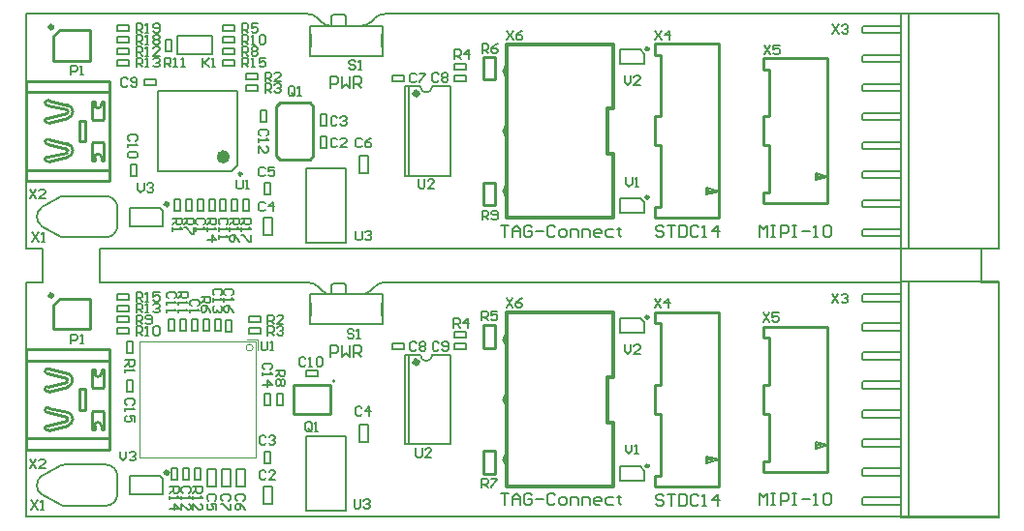
<source format=gto>
G04*
G04 #@! TF.GenerationSoftware,Altium Limited,Altium Designer,20.0.7 (75)*
G04*
G04 Layer_Color=65535*
%FSLAX44Y44*%
%MOMM*%
G71*
G01*
G75*
%ADD10C,0.2540*%
%ADD11C,0.2500*%
%ADD12C,0.6000*%
%ADD13C,0.3048*%
%ADD14C,0.2032*%
%ADD15C,0.4000*%
%ADD16C,0.3700*%
%ADD17C,0.2000*%
%ADD18C,0.5000*%
%ADD19C,0.1200*%
%ADD20C,0.1270*%
%ADD21C,0.1524*%
%ADD22R,0.2000X1.2000*%
D10*
X-388232Y100500D02*
G03*
X-389535Y102205I-1768J0D01*
G01*
X-383975Y100500D02*
G03*
X-388384Y106304I-6025J0D01*
G01*
X-405349Y110296D02*
G03*
X-406500Y106197I-633J-2033D01*
G01*
Y94803D02*
G03*
X-405349Y90704I518J-2065D01*
G01*
X-388384Y94696D02*
G03*
X-383975Y100500I-1616J5804D01*
G01*
X-389535Y98794D02*
G03*
X-388232Y100500I-465J1706D01*
G01*
X-362000Y97500D02*
G03*
X-365000Y94500I0J-3000D01*
G01*
X-359000D02*
G03*
X-362000Y97500I-3000J0D01*
G01*
Y137500D02*
G03*
X-359000Y140500I0J3000D01*
G01*
X-365000D02*
G03*
X-362000Y137500I3000J0D01*
G01*
X-388232Y134500D02*
G03*
X-389535Y136206I-1768J0D01*
G01*
X-383975Y134500D02*
G03*
X-388384Y140304I-6025J0D01*
G01*
X-405349Y144296D02*
G03*
X-406500Y140197I-633J-2033D01*
G01*
Y128803D02*
G03*
X-405349Y124704I518J-2065D01*
G01*
X-388384Y128696D02*
G03*
X-383975Y134500I-1616J5804D01*
G01*
X-389535Y132795D02*
G03*
X-388232Y134500I-465J1706D01*
G01*
X-389535Y-102205D02*
G03*
X-388232Y-100500I-465J1706D01*
G01*
X-388384Y-106304D02*
G03*
X-383975Y-100500I-1616J5804D01*
G01*
X-406500Y-106197D02*
G03*
X-405349Y-110296I518J-2065D01*
G01*
Y-90704D02*
G03*
X-406500Y-94803I-633J-2033D01*
G01*
X-383975Y-100500D02*
G03*
X-388384Y-94696I-6025J0D01*
G01*
X-388232Y-100500D02*
G03*
X-389535Y-98794I-1768J0D01*
G01*
X-365000Y-94500D02*
G03*
X-362000Y-97500I3000J0D01*
G01*
D02*
G03*
X-359000Y-94500I0J3000D01*
G01*
Y-140500D02*
G03*
X-362000Y-137500I-3000J0D01*
G01*
D02*
G03*
X-365000Y-140500I0J-3000D01*
G01*
X-389535Y-136206D02*
G03*
X-388232Y-134500I-465J1706D01*
G01*
X-388384Y-140304D02*
G03*
X-383975Y-134500I-1616J5804D01*
G01*
X-406500Y-140197D02*
G03*
X-405349Y-144296I518J-2065D01*
G01*
Y-124704D02*
G03*
X-406500Y-128803I-633J-2033D01*
G01*
X-383975Y-134500D02*
G03*
X-388384Y-128696I-6025J0D01*
G01*
X-388232Y-134500D02*
G03*
X-389535Y-132795I-1768J0D01*
G01*
X-378000Y108500D02*
Y117500D01*
Y108500D02*
X-373000D01*
Y117500D01*
X-406500Y106197D02*
X-389535Y102205D01*
X-405349Y110296D02*
X-388384Y106304D01*
X-405349Y90704D02*
X-388384Y94696D01*
X-406500Y94803D02*
X-389535Y98794D01*
X-425000Y83500D02*
X-352000D01*
X-425000Y73500D02*
X-352000D01*
Y117500D01*
X-425000Y82500D02*
Y83500D01*
Y73500D02*
Y73750D01*
Y117500D01*
X-357000Y91500D02*
Y106500D01*
X-367000Y91500D02*
Y106500D01*
Y91500D02*
X-365000D01*
Y94500D01*
X-359000Y91500D02*
Y94500D01*
Y91500D02*
X-357000D01*
X-358000Y107500D02*
X-357000Y106500D01*
X-367000D02*
X-366000Y107500D01*
X-358000D01*
X-366000Y127500D02*
X-358000D01*
X-367000Y128500D02*
X-366000Y127500D01*
X-358000D02*
X-357000Y128500D01*
X-359000Y143500D02*
X-357000D01*
X-359000Y140500D02*
Y143500D01*
X-365000Y140500D02*
Y143500D01*
X-367000D02*
X-365000D01*
X-367000Y128500D02*
Y143500D01*
X-357000Y128500D02*
Y143500D01*
X-425000Y117500D02*
Y161250D01*
Y161500D01*
Y151500D02*
Y152500D01*
X-352000Y117500D02*
Y161500D01*
X-425000D02*
X-352000D01*
X-425000Y151500D02*
X-352000D01*
X-406500Y140197D02*
X-389535Y136206D01*
X-405349Y144296D02*
X-388384Y140304D01*
X-405349Y124704D02*
X-388384Y128696D01*
X-406500Y128803D02*
X-389535Y132795D01*
X-373000Y117500D02*
Y126500D01*
X-378000D02*
X-373000D01*
X-378000Y117500D02*
Y126500D01*
X-25003Y52500D02*
Y72500D01*
X-15003D01*
Y52500D02*
Y72500D01*
X-25003Y52500D02*
X-15003D01*
X-25003Y162500D02*
Y182500D01*
X-15003D01*
Y162500D02*
Y182500D01*
X-25003Y162500D02*
X-15003D01*
X-203000Y142500D02*
X-177000D01*
X-203000Y92500D02*
X-177000D01*
X-206000Y95500D02*
Y139500D01*
X-203000Y142500D01*
X-206000Y95500D02*
X-203000Y92500D01*
X-174000Y95500D02*
Y139500D01*
X-177000Y92500D02*
X-174000Y95500D01*
X-177000Y142500D02*
X-174000Y139500D01*
X275400Y54000D02*
Y181000D01*
X219520D02*
X275400D01*
X219520Y171602D02*
Y181000D01*
Y171602D02*
X224600D01*
X219520Y63398D02*
X224600D01*
X219520Y130200D02*
X224600D01*
Y171602D01*
X219520Y54000D02*
Y63398D01*
Y104800D02*
Y130200D01*
Y104800D02*
X224600D01*
X219520Y54000D02*
X275400D01*
X224600Y63398D02*
Y104800D01*
X129600Y50698D02*
Y104800D01*
X124520Y41300D02*
X180400D01*
X124520Y104800D02*
X129600D01*
X124520D02*
Y117500D01*
Y41300D02*
Y50698D01*
X129600D01*
X180400Y41300D02*
Y117500D01*
Y193700D01*
X124520Y184302D02*
X129600D01*
X124520D02*
Y193700D01*
Y117500D02*
Y130200D01*
X129600D01*
X124520Y193700D02*
X180400D01*
X129600Y130200D02*
Y184302D01*
X-401000Y179000D02*
X-369000D01*
X-401000D02*
Y200500D01*
X-395500Y206000D02*
X-369000D01*
Y179000D02*
Y206000D01*
X-401000Y200500D02*
X-395500Y206000D01*
X-25003Y-72500D02*
Y-52500D01*
X-15003D01*
Y-72500D02*
Y-52500D01*
X-25003Y-72500D02*
X-15003D01*
X-25003Y-182500D02*
Y-162500D01*
X-15003D01*
Y-182500D02*
Y-162500D01*
X-25003Y-182500D02*
X-15003D01*
X224600Y-171602D02*
Y-130200D01*
X219520Y-181000D02*
X275400D01*
X219520Y-130200D02*
X224600D01*
X219520D02*
Y-104800D01*
Y-181000D02*
Y-171602D01*
X224600Y-104800D02*
Y-63398D01*
X219520Y-104800D02*
X224600D01*
X219520Y-171602D02*
X224600D01*
X219520Y-63398D02*
X224600D01*
X219520D02*
Y-54000D01*
X275400D01*
Y-181000D02*
Y-54000D01*
X129600Y-104800D02*
Y-50698D01*
X124520Y-41300D02*
X180400D01*
X124520Y-104800D02*
X129600D01*
X124520Y-117500D02*
Y-104800D01*
Y-50698D02*
Y-41300D01*
Y-50698D02*
X129600D01*
X180400Y-117500D02*
Y-41300D01*
Y-193700D02*
Y-117500D01*
X124520Y-184302D02*
X129600D01*
X124520Y-193700D02*
Y-184302D01*
Y-130200D02*
Y-117500D01*
Y-130200D02*
X129600D01*
X124520Y-193700D02*
X180400D01*
X129600Y-184302D02*
Y-130200D01*
X-378000Y-117500D02*
Y-108500D01*
X-373000D01*
Y-117500D02*
Y-108500D01*
X-406500Y-106197D02*
X-389535Y-102205D01*
X-405349Y-110296D02*
X-388384Y-106304D01*
X-405349Y-90704D02*
X-388384Y-94696D01*
X-406500Y-94803D02*
X-389535Y-98794D01*
X-425000Y-83500D02*
X-352000D01*
X-425000Y-73500D02*
X-352000D01*
Y-117500D02*
Y-73500D01*
X-425000Y-83500D02*
Y-82500D01*
Y-73750D02*
Y-73500D01*
Y-117500D02*
Y-73750D01*
X-357000Y-106500D02*
Y-91500D01*
X-367000Y-106500D02*
Y-91500D01*
X-365000D01*
Y-94500D02*
Y-91500D01*
X-359000Y-94500D02*
Y-91500D01*
X-357000D01*
X-358000Y-107500D02*
X-357000Y-106500D01*
X-367000D02*
X-366000Y-107500D01*
X-358000D01*
X-366000Y-127500D02*
X-358000D01*
X-367000Y-128500D02*
X-366000Y-127500D01*
X-358000D02*
X-357000Y-128500D01*
X-359000Y-143500D02*
X-357000D01*
X-359000D02*
Y-140500D01*
X-365000Y-143500D02*
Y-140500D01*
X-367000Y-143500D02*
X-365000D01*
X-367000D02*
Y-128500D01*
X-357000Y-143500D02*
Y-128500D01*
X-425000Y-161250D02*
Y-117500D01*
Y-161500D02*
Y-161250D01*
Y-152500D02*
Y-151500D01*
X-352000Y-161500D02*
Y-117500D01*
X-425000Y-161500D02*
X-352000D01*
X-425000Y-151500D02*
X-352000D01*
X-406500Y-140197D02*
X-389535Y-136206D01*
X-405349Y-144296D02*
X-388384Y-140304D01*
X-405349Y-124704D02*
X-388384Y-128696D01*
X-406500Y-128803D02*
X-389535Y-132795D01*
X-373000Y-126500D02*
Y-117500D01*
X-378000Y-126500D02*
X-373000D01*
X-378000D02*
Y-117500D01*
X-401000Y-34500D02*
X-395500Y-29000D01*
X-369000Y-56000D02*
Y-29000D01*
X-395500D02*
X-369000D01*
X-401000Y-56000D02*
Y-34500D01*
Y-56000D02*
X-369000D01*
X-191000Y-105000D02*
X-159000D01*
X-191000Y-130000D02*
Y-105000D01*
X-159000Y-130000D02*
Y-105000D01*
X-191000Y-130000D02*
X-159000D01*
D11*
X-236280Y80000D02*
G03*
X-236280Y80000I-1220J0D01*
G01*
D12*
X-249600Y95000D02*
G03*
X-249600Y95000I-2900J0D01*
G01*
D13*
X-5000Y122500D02*
G03*
X-5000Y112500I5000J-5000D01*
G01*
Y70000D02*
G03*
X-5000Y60000I5000J-5000D01*
G01*
Y175000D02*
G03*
X-5000Y165000I5000J-5000D01*
G01*
Y-60000D02*
G03*
X-5000Y-70000I5000J-5000D01*
G01*
Y-165000D02*
G03*
X-5000Y-175000I5000J-5000D01*
G01*
Y-112500D02*
G03*
X-5000Y-122500I5000J-5000D01*
G01*
X83260Y117300D02*
Y137300D01*
X88260D01*
X83260Y97300D02*
X88260D01*
X83260D02*
Y117300D01*
X-5000Y41500D02*
Y117500D01*
X88260Y41500D02*
Y97300D01*
X-5000Y41500D02*
X88250D01*
X-5000Y193500D02*
X88250D01*
X88260Y137700D02*
Y193500D01*
X-5000Y117500D02*
Y193500D01*
Y-117500D02*
Y-41500D01*
X88260Y-97300D02*
Y-41500D01*
X-5000D02*
X88250D01*
X-5000Y-193500D02*
X88250D01*
X88260D02*
Y-137700D01*
X-5000Y-193500D02*
Y-117500D01*
X83260Y-137700D02*
Y-117700D01*
Y-137700D02*
X88260D01*
X83260Y-97700D02*
X88260D01*
X83260Y-117700D02*
Y-97700D01*
D14*
X307150Y31850D02*
G03*
X306000Y30700I0J-1150D01*
G01*
Y26500D02*
G03*
X307150Y25350I1150J0D01*
G01*
Y57250D02*
G03*
X306000Y56100I0J-1150D01*
G01*
Y51900D02*
G03*
X307150Y50750I1150J0D01*
G01*
Y82650D02*
G03*
X306000Y81500I0J-1150D01*
G01*
Y77300D02*
G03*
X307150Y76150I1150J0D01*
G01*
Y108050D02*
G03*
X306000Y106900I0J-1150D01*
G01*
Y102700D02*
G03*
X307150Y101550I1150J0D01*
G01*
Y133450D02*
G03*
X306000Y132300I0J-1150D01*
G01*
Y128100D02*
G03*
X307150Y126950I1150J0D01*
G01*
Y158850D02*
G03*
X306000Y157700I0J-1150D01*
G01*
Y153500D02*
G03*
X307150Y152350I1150J0D01*
G01*
Y184250D02*
G03*
X306000Y183100I0J-1150D01*
G01*
Y178900D02*
G03*
X307150Y177750I1150J0D01*
G01*
X306000Y204300D02*
G03*
X307150Y203150I1150J0D01*
G01*
Y209650D02*
G03*
X306000Y208500I0J-1150D01*
G01*
X-411111Y50660D02*
G03*
X-411113Y34337I5669J-8162D01*
G01*
X-391000Y60500D02*
G03*
X-393873Y60078I0J-10000D01*
G01*
Y24922D02*
G03*
X-391000Y24500I2873J9578D01*
G01*
X-355000D02*
G03*
X-345000Y34500I0J10000D01*
G01*
Y50500D02*
G03*
X-355000Y60500I-10000J0D01*
G01*
X307150Y-25350D02*
G03*
X306000Y-26500I0J-1150D01*
G01*
Y-30700D02*
G03*
X307150Y-31850I1150J0D01*
G01*
X306000Y-56100D02*
G03*
X307150Y-57250I1150J0D01*
G01*
Y-50750D02*
G03*
X306000Y-51900I0J-1150D01*
G01*
Y-81500D02*
G03*
X307150Y-82650I1150J0D01*
G01*
Y-76150D02*
G03*
X306000Y-77300I0J-1150D01*
G01*
Y-106900D02*
G03*
X307150Y-108050I1150J0D01*
G01*
Y-101550D02*
G03*
X306000Y-102700I0J-1150D01*
G01*
Y-132300D02*
G03*
X307150Y-133450I1150J0D01*
G01*
Y-126950D02*
G03*
X306000Y-128100I0J-1150D01*
G01*
Y-157700D02*
G03*
X307150Y-158850I1150J0D01*
G01*
Y-152350D02*
G03*
X306000Y-153500I0J-1150D01*
G01*
Y-183100D02*
G03*
X307150Y-184250I1150J0D01*
G01*
Y-177750D02*
G03*
X306000Y-178900I0J-1150D01*
G01*
Y-208500D02*
G03*
X307150Y-209650I1150J0D01*
G01*
Y-203150D02*
G03*
X306000Y-204300I0J-1150D01*
G01*
X-345000Y-184500D02*
G03*
X-355000Y-174500I-10000J0D01*
G01*
Y-210500D02*
G03*
X-345000Y-200500I0J10000D01*
G01*
X-393873Y-210078D02*
G03*
X-391000Y-210500I2873J9578D01*
G01*
Y-174500D02*
G03*
X-393873Y-174922I0J-10000D01*
G01*
X-411111Y-184340D02*
G03*
X-411113Y-200663I5669J-8162D01*
G01*
X-310000Y82500D02*
X-245000D01*
X-310000D02*
Y152500D01*
X-240000D01*
Y87500D02*
Y152500D01*
X-245000Y82500D02*
X-240000Y87500D01*
X-292500Y184500D02*
X-262500D01*
X-292500D02*
Y200500D01*
X-262500D01*
Y184500D02*
Y200500D01*
X269623Y77179D02*
X270000Y76500D01*
X265000Y74500D02*
X275400Y77500D01*
X265000Y80500D02*
X275400Y77500D01*
X265000Y74500D02*
Y80500D01*
Y76500D02*
X272000Y78481D01*
X265000Y78500D02*
X269623Y77179D01*
X170000Y65800D02*
X174623Y64479D01*
X170000Y63800D02*
X177000Y65781D01*
X170000Y61800D02*
Y67800D01*
X180400Y64800D01*
X170000Y61800D02*
X180400Y64800D01*
X174623Y64479D02*
X175000Y63800D01*
X306000Y26500D02*
Y30700D01*
X307150Y25350D02*
X340000D01*
X307150Y31850D02*
X340000D01*
X306000Y51900D02*
Y56100D01*
X307150Y50750D02*
X340000D01*
X307150Y57250D02*
X340000D01*
X306000Y77300D02*
Y81500D01*
X307150Y76150D02*
X340000D01*
X307150Y82650D02*
X340000D01*
X306000Y102700D02*
Y106900D01*
X307150Y101550D02*
X340000D01*
X307150Y108050D02*
X340000D01*
X306000Y128100D02*
Y132300D01*
X307150Y126950D02*
X340000D01*
X307150Y133450D02*
X340000D01*
X306000Y153500D02*
Y157700D01*
X307150Y152350D02*
X340000D01*
X307150Y158850D02*
X340000D01*
X306000Y178900D02*
Y183100D01*
X307150Y177750D02*
X340000D01*
X307150Y184250D02*
X340000D01*
X307150Y209650D02*
X340000D01*
X307150Y203150D02*
X340000D01*
X306000Y204300D02*
Y208500D01*
X425000Y14500D02*
Y220500D01*
X340000D02*
X425000D01*
X340000Y14500D02*
Y220500D01*
Y14500D02*
X425000D01*
X347000D02*
Y220500D01*
X-391000Y60500D02*
X-362000D01*
X-411111Y50660D02*
X-407408Y52740D01*
X-411113Y34337D02*
X-393873Y24922D01*
X-345000Y34500D02*
Y50500D01*
X-407408Y52740D02*
X-393873Y60078D01*
X-362000Y60500D02*
X-355000Y60500D01*
X-391000Y24500D02*
X-362000D01*
Y24500D02*
X-355000Y24500D01*
X94500Y176250D02*
X115500D01*
X94500D02*
Y188750D01*
X115500Y176250D02*
Y185000D01*
X111750Y188750D02*
X115500Y185000D01*
X94500Y188750D02*
X111750D01*
X94500Y46250D02*
X115500D01*
X94500D02*
Y58750D01*
X115500Y46250D02*
Y55000D01*
X111750Y58750D02*
X115500Y55000D01*
X94500Y58750D02*
X111750D01*
X-145000Y183500D02*
X-113000D01*
X-145000Y209500D02*
X-113000D01*
Y183500D02*
Y209500D01*
X-177000Y183500D02*
Y209500D01*
X-145000D01*
X-177000Y183500D02*
X-145000D01*
Y209500D02*
Y217500D01*
X-147000Y219500D02*
X-145000Y217500D01*
X-158000D02*
X-156000Y219500D01*
X-158000Y209500D02*
Y217500D01*
X-156000Y219500D02*
X-147000D01*
X347000Y-220500D02*
Y-14500D01*
X340000Y-220500D02*
X425000D01*
X340000D02*
Y-14500D01*
X425000D01*
Y-220500D02*
Y-14500D01*
X306000Y-30700D02*
Y-26500D01*
X307150Y-31850D02*
X340000D01*
X307150Y-25350D02*
X340000D01*
X307150Y-50750D02*
X340000D01*
X307150Y-57250D02*
X340000D01*
X306000Y-56100D02*
Y-51900D01*
X307150Y-76150D02*
X340000D01*
X307150Y-82650D02*
X340000D01*
X306000Y-81500D02*
Y-77300D01*
X307150Y-101550D02*
X340000D01*
X307150Y-108050D02*
X340000D01*
X306000Y-106900D02*
Y-102700D01*
X307150Y-126950D02*
X340000D01*
X307150Y-133450D02*
X340000D01*
X306000Y-132300D02*
Y-128100D01*
X307150Y-152350D02*
X340000D01*
X307150Y-158850D02*
X340000D01*
X306000Y-157700D02*
Y-153500D01*
X307150Y-177750D02*
X340000D01*
X307150Y-184250D02*
X340000D01*
X306000Y-183100D02*
Y-178900D01*
X307150Y-203150D02*
X340000D01*
X307150Y-209650D02*
X340000D01*
X306000Y-208500D02*
Y-204300D01*
X265000Y-156500D02*
X269623Y-157821D01*
X265000Y-158500D02*
X272000Y-156519D01*
X265000Y-160500D02*
Y-154500D01*
X275400Y-157500D01*
X265000Y-160500D02*
X275400Y-157500D01*
X269623Y-157821D02*
X270000Y-158500D01*
X174623Y-170521D02*
X175000Y-171200D01*
X170000Y-173200D02*
X180400Y-170200D01*
X170000Y-167200D02*
X180400Y-170200D01*
X170000Y-173200D02*
Y-167200D01*
Y-171200D02*
X177000Y-169219D01*
X170000Y-169200D02*
X174623Y-170521D01*
X94500Y-176250D02*
X111750D01*
X115500Y-180000D01*
Y-188750D02*
Y-180000D01*
X94500Y-188750D02*
Y-176250D01*
Y-188750D02*
X115500D01*
X94500Y-46250D02*
X111750D01*
X115500Y-50000D01*
Y-58750D02*
Y-50000D01*
X94500Y-58750D02*
Y-46250D01*
Y-58750D02*
X115500D01*
X-362000Y-210500D02*
X-355000Y-210500D01*
X-391000D02*
X-362000D01*
Y-174500D02*
X-355000Y-174500D01*
X-407408Y-182260D02*
X-393873Y-174922D01*
X-345000Y-200500D02*
Y-184500D01*
X-411113Y-200663D02*
X-393873Y-210078D01*
X-411111Y-184340D02*
X-407408Y-182260D01*
X-391000Y-174500D02*
X-362000D01*
X-156000Y-15500D02*
X-147000D01*
X-158000Y-25500D02*
Y-17500D01*
X-156000Y-15500D01*
X-147000D02*
X-145000Y-17500D01*
Y-25500D02*
Y-17500D01*
X-177000Y-51500D02*
X-145000D01*
X-177000Y-25500D02*
X-145000D01*
X-177000Y-51500D02*
Y-25500D01*
X-113000Y-51500D02*
Y-25500D01*
X-145000D02*
X-113000D01*
X-145000Y-51500D02*
X-113000D01*
X-158542Y154922D02*
Y165078D01*
X-153464D01*
X-151771Y163386D01*
Y160000D01*
X-153464Y158307D01*
X-158542D01*
X-148386Y165078D02*
Y154922D01*
X-145000Y158307D01*
X-141614Y154922D01*
Y165078D01*
X-138229Y154922D02*
Y165078D01*
X-133151D01*
X-131458Y163386D01*
Y160000D01*
X-133151Y158307D01*
X-138229D01*
X-134843D02*
X-131458Y154922D01*
X216183Y24922D02*
Y35078D01*
X219569Y31693D01*
X222955Y35078D01*
Y24922D01*
X226340Y35078D02*
X229726D01*
X228033D01*
Y24922D01*
X226340D01*
X229726D01*
X234804D02*
Y35078D01*
X239883D01*
X241575Y33386D01*
Y30000D01*
X239883Y28307D01*
X234804D01*
X244961Y35078D02*
X248346D01*
X246654D01*
Y24922D01*
X244961D01*
X248346D01*
X253425Y30000D02*
X260196D01*
X263582Y24922D02*
X266967D01*
X265274D01*
Y35078D01*
X263582Y33386D01*
X272045D02*
X273738Y35078D01*
X277124D01*
X278817Y33386D01*
Y26614D01*
X277124Y24922D01*
X273738D01*
X272045Y26614D01*
Y33386D01*
X132175Y33186D02*
X130482Y34878D01*
X127097D01*
X125404Y33186D01*
Y31493D01*
X127097Y29800D01*
X130482D01*
X132175Y28107D01*
Y26414D01*
X130482Y24722D01*
X127097D01*
X125404Y26414D01*
X135561Y34878D02*
X142332D01*
X138946D01*
Y24722D01*
X145717Y34878D02*
Y24722D01*
X150796D01*
X152489Y26414D01*
Y33186D01*
X150796Y34878D01*
X145717D01*
X162645Y33186D02*
X160953Y34878D01*
X157567D01*
X155874Y33186D01*
Y26414D01*
X157567Y24722D01*
X160953D01*
X162645Y26414D01*
X166031Y24722D02*
X169417D01*
X167724D01*
Y34878D01*
X166031Y33186D01*
X179573Y24722D02*
Y34878D01*
X174495Y29800D01*
X181266D01*
X-9976Y35078D02*
X-3205D01*
X-6591D01*
Y24922D01*
X180D02*
Y31693D01*
X3566Y35078D01*
X6951Y31693D01*
Y24922D01*
Y30000D01*
X180D01*
X17108Y33386D02*
X15415Y35078D01*
X12030D01*
X10337Y33386D01*
Y26614D01*
X12030Y24922D01*
X15415D01*
X17108Y26614D01*
Y30000D01*
X13723D01*
X20494D02*
X27265D01*
X37422Y33386D02*
X35729Y35078D01*
X32343D01*
X30650Y33386D01*
Y26614D01*
X32343Y24922D01*
X35729D01*
X37422Y26614D01*
X42500Y24922D02*
X45886D01*
X47578Y26614D01*
Y30000D01*
X45886Y31693D01*
X42500D01*
X40807Y30000D01*
Y26614D01*
X42500Y24922D01*
X50964D02*
Y31693D01*
X56042D01*
X57735Y30000D01*
Y24922D01*
X61121D02*
Y31693D01*
X66199D01*
X67892Y30000D01*
Y24922D01*
X76356D02*
X72970D01*
X71277Y26614D01*
Y30000D01*
X72970Y31693D01*
X76356D01*
X78049Y30000D01*
Y28307D01*
X71277D01*
X88205Y31693D02*
X83127D01*
X81434Y30000D01*
Y26614D01*
X83127Y24922D01*
X88205D01*
X93284Y33386D02*
Y31693D01*
X91591D01*
X94976D01*
X93284D01*
Y26614D01*
X94976Y24922D01*
X-9976Y-199922D02*
X-3205D01*
X-6591D01*
Y-210078D01*
X180D02*
Y-203307D01*
X3566Y-199922D01*
X6951Y-203307D01*
Y-210078D01*
Y-205000D01*
X180D01*
X17108Y-201614D02*
X15415Y-199922D01*
X12030D01*
X10337Y-201614D01*
Y-208386D01*
X12030Y-210078D01*
X15415D01*
X17108Y-208386D01*
Y-205000D01*
X13723D01*
X20494D02*
X27265D01*
X37422Y-201614D02*
X35729Y-199922D01*
X32343D01*
X30650Y-201614D01*
Y-208386D01*
X32343Y-210078D01*
X35729D01*
X37422Y-208386D01*
X42500Y-210078D02*
X45886D01*
X47578Y-208386D01*
Y-205000D01*
X45886Y-203307D01*
X42500D01*
X40807Y-205000D01*
Y-208386D01*
X42500Y-210078D01*
X50964D02*
Y-203307D01*
X56042D01*
X57735Y-205000D01*
Y-210078D01*
X61121D02*
Y-203307D01*
X66199D01*
X67892Y-205000D01*
Y-210078D01*
X76356D02*
X72970D01*
X71277Y-208386D01*
Y-205000D01*
X72970Y-203307D01*
X76356D01*
X78049Y-205000D01*
Y-206693D01*
X71277D01*
X88205Y-203307D02*
X83127D01*
X81434Y-205000D01*
Y-208386D01*
X83127Y-210078D01*
X88205D01*
X93284Y-201614D02*
Y-203307D01*
X91591D01*
X94976D01*
X93284D01*
Y-208386D01*
X94976Y-210078D01*
X132175Y-201814D02*
X130482Y-200122D01*
X127097D01*
X125404Y-201814D01*
Y-203507D01*
X127097Y-205200D01*
X130482D01*
X132175Y-206893D01*
Y-208586D01*
X130482Y-210278D01*
X127097D01*
X125404Y-208586D01*
X135561Y-200122D02*
X142332D01*
X138946D01*
Y-210278D01*
X145717Y-200122D02*
Y-210278D01*
X150796D01*
X152489Y-208586D01*
Y-201814D01*
X150796Y-200122D01*
X145717D01*
X162645Y-201814D02*
X160953Y-200122D01*
X157567D01*
X155874Y-201814D01*
Y-208586D01*
X157567Y-210278D01*
X160953D01*
X162645Y-208586D01*
X166031Y-210278D02*
X169417D01*
X167724D01*
Y-200122D01*
X166031Y-201814D01*
X179573Y-210278D02*
Y-200122D01*
X174495Y-205200D01*
X181266D01*
X216183Y-210078D02*
Y-199922D01*
X219569Y-203307D01*
X222955Y-199922D01*
Y-210078D01*
X226340Y-199922D02*
X229726D01*
X228033D01*
Y-210078D01*
X226340D01*
X229726D01*
X234804D02*
Y-199922D01*
X239883D01*
X241575Y-201614D01*
Y-205000D01*
X239883Y-206693D01*
X234804D01*
X244961Y-199922D02*
X248346D01*
X246654D01*
Y-210078D01*
X244961D01*
X248346D01*
X253425Y-205000D02*
X260196D01*
X263582Y-210078D02*
X266967D01*
X265274D01*
Y-199922D01*
X263582Y-201614D01*
X272045D02*
X273738Y-199922D01*
X277124D01*
X278817Y-201614D01*
Y-208386D01*
X277124Y-210078D01*
X273738D01*
X272045Y-208386D01*
Y-201614D01*
X-158542Y-80078D02*
Y-69922D01*
X-153464D01*
X-151771Y-71614D01*
Y-75000D01*
X-153464Y-76693D01*
X-158542D01*
X-148386Y-69922D02*
Y-80078D01*
X-145000Y-76693D01*
X-141614Y-80078D01*
Y-69922D01*
X-138229Y-80078D02*
Y-69922D01*
X-133151D01*
X-131458Y-71614D01*
Y-75000D01*
X-133151Y-76693D01*
X-138229D01*
X-134843D02*
X-131458Y-80078D01*
X-166535Y-21964D02*
G03*
X-158000Y-25500I8536J8536D01*
G01*
X-169965Y-18535D02*
G03*
X-178500Y-15000I-8536J-8536D01*
G01*
X-169965Y-18536D02*
G03*
X-169965Y-18535I0J0D01*
G01*
X-169964Y-18536D02*
G03*
X-169964Y-18536I0J0D01*
G01*
X-166535Y-21965D02*
G03*
X-166536Y-21964I0J0D01*
G01*
X-111500Y-15000D02*
G03*
X-120035Y-18535I0J-12071D01*
G01*
X-132000Y-25500D02*
G03*
X-123464Y-21964I0J12071D01*
G01*
X-132000Y209500D02*
G03*
X-123464Y213036I0J12071D01*
G01*
X-111500Y220000D02*
G03*
X-120035Y216465I0J-12071D01*
G01*
X-166535Y213035D02*
G03*
X-166536Y213036I0J0D01*
G01*
X-169964Y216464D02*
G03*
X-169964Y216464I0J0D01*
G01*
X-169965Y216464D02*
G03*
X-169965Y216465I0J0D01*
G01*
X-169965D02*
G03*
X-178500Y220000I-8536J-8536D01*
G01*
X-166535Y213036D02*
G03*
X-158000Y209500I8536J8536D01*
G01*
X425000Y15000D02*
Y220000D01*
X410000Y15000D02*
X425000D01*
X410000Y-15000D02*
X425000D01*
X410000D02*
Y15000D01*
X-111500Y-15000D02*
X340000D01*
X-425000Y-220000D02*
Y-15000D01*
X-360000D02*
X-178500D01*
X-169964Y-18536D02*
X-166536Y-21964D01*
X-123464D02*
X-120036Y-18536D01*
X-145000Y-25500D02*
X-132000D01*
X-158000D02*
X-145000D01*
X-111500Y220000D02*
X425000Y220000D01*
X-425000Y-15000D02*
X-410000D01*
X-360000Y15000D02*
X340000D01*
X-425000D02*
X-410000D01*
X340000Y-15000D02*
Y15000D01*
X-360000Y-15000D02*
Y15000D01*
X-410000Y-15000D02*
X-410000Y15000D01*
X-158000Y209500D02*
X-145000D01*
X-132000D01*
X-425000Y220000D02*
X-178500D01*
X-123464Y213036D02*
X-120036Y216464D01*
X-169964D02*
X-166536Y213036D01*
X-425000Y15000D02*
Y220000D01*
X425000Y-220000D02*
Y-15000D01*
X-425000Y-220000D02*
X425000D01*
D15*
X-301000Y53500D02*
G03*
X-301000Y53500I-1000J0D01*
G01*
X-402000Y208500D02*
G03*
X-402000Y208500I-1000J0D01*
G01*
Y-26500D02*
G03*
X-402000Y-26500I-1000J0D01*
G01*
X-301000Y-181500D02*
G03*
X-301000Y-181500I-1000J0D01*
G01*
D16*
X119000Y189500D02*
G03*
X119000Y189500I-1000J0D01*
G01*
Y59500D02*
G03*
X119000Y59500I-1000J0D01*
G01*
Y-175500D02*
G03*
X119000Y-175500I-1000J0D01*
G01*
Y-45500D02*
G03*
X119000Y-45500I-1000J0D01*
G01*
D17*
X-80167Y156500D02*
G03*
X-69833Y156500I5167J0D01*
G01*
X-80167Y-78500D02*
G03*
X-69833Y-78500I5167J0D01*
G01*
X-155020Y-101500D02*
G03*
X-155020Y-101500I-980J0D01*
G01*
X-334000Y34500D02*
Y50500D01*
Y34500D02*
X-305501D01*
Y48001D01*
X-308000Y50500D02*
X-305501Y48001D01*
X-334000Y50500D02*
X-308000D01*
X-145000Y20000D02*
Y85000D01*
X-180000Y20000D02*
Y85000D01*
X-145000D01*
X-180000Y20000D02*
X-145000D01*
X-90000Y78500D02*
Y156500D01*
X-54000Y78500D02*
Y156500D01*
X-94000Y78500D02*
Y156500D01*
Y78500D02*
X-54000D01*
X-69833Y156500D02*
X-54000D01*
X-94000D02*
X-80167D01*
X-94000Y-78500D02*
X-80167D01*
X-69833D02*
X-54000D01*
X-94000Y-156500D02*
X-54000D01*
X-94000D02*
Y-78500D01*
X-54000Y-156500D02*
Y-78500D01*
X-90000Y-156500D02*
Y-78500D01*
X-334000Y-184500D02*
X-308000D01*
X-305501Y-186999D01*
Y-200500D02*
Y-186999D01*
X-334000Y-200500D02*
X-305501D01*
X-334000D02*
Y-184500D01*
X-180000Y-215000D02*
X-145000D01*
X-180000Y-150000D02*
X-145000D01*
X-180000Y-215000D02*
Y-150000D01*
X-145000Y-215000D02*
Y-150000D01*
D18*
X-82750Y150250D02*
G03*
X-82750Y150250I-1250J0D01*
G01*
Y-84750D02*
G03*
X-82750Y-84750I-1250J0D01*
G01*
D19*
X-226500Y-72000D02*
G03*
X-226500Y-72000I-3000J0D01*
G01*
X-325750Y-66750D02*
X-224250D01*
Y-168250D02*
Y-66750D01*
X-325750Y-168250D02*
X-224250D01*
X-325750D02*
Y-66750D01*
X-222750Y-74250D02*
Y-65250D01*
X-231750D02*
X-222750D01*
D20*
X-345080Y204960D02*
X-334920D01*
X-345080D02*
Y210040D01*
X-334920Y204960D02*
Y210040D01*
X-345080D02*
X-334920D01*
X-345080Y194960D02*
X-334920D01*
X-345080D02*
Y200040D01*
X-334920Y194960D02*
Y200040D01*
X-345080D02*
X-334920D01*
X-235040Y47420D02*
Y57580D01*
X-229960D01*
X-235040Y47420D02*
X-229960D01*
Y57580D01*
X-245040Y47420D02*
Y57580D01*
X-239960D01*
X-245040Y47420D02*
X-239960D01*
Y57580D01*
X-252580Y174960D02*
X-242420D01*
X-252580D02*
Y180040D01*
X-242420Y174960D02*
Y180040D01*
X-252580D02*
X-242420D01*
X-265040Y47420D02*
Y57580D01*
X-259960D01*
X-265040Y47420D02*
X-259960D01*
Y57580D01*
X-345080Y174960D02*
X-334920D01*
X-345080D02*
Y180040D01*
X-334920Y174960D02*
Y180040D01*
X-345080D02*
X-334920D01*
X-345080Y184960D02*
X-334920D01*
X-345080D02*
Y190040D01*
X-334920Y184960D02*
Y190040D01*
X-345080D02*
X-334920D01*
X-302540Y187420D02*
Y197580D01*
X-297460D01*
X-302540Y187420D02*
X-297460D01*
Y197580D01*
X-252579Y194960D02*
X-242419D01*
X-252579D02*
Y200040D01*
X-242419Y194960D02*
Y200040D01*
X-252579D02*
X-242419D01*
X-252579Y190040D02*
X-242419D01*
Y184960D02*
Y190040D01*
X-252579Y184960D02*
Y190040D01*
Y184960D02*
X-242419D01*
X-279960Y47420D02*
Y57580D01*
X-285040Y47420D02*
X-279960D01*
X-285040Y57580D02*
X-279960D01*
X-285040Y47420D02*
Y57580D01*
X-252579Y210040D02*
X-242419D01*
Y204960D02*
Y210040D01*
X-252579Y204960D02*
Y210040D01*
Y204960D02*
X-242419D01*
X-126130Y80670D02*
Y95910D01*
X-133750Y80670D02*
X-126130D01*
X-133750Y95910D02*
X-126130D01*
X-133750Y80670D02*
Y95910D01*
X-211220Y61620D02*
Y71780D01*
X-216300Y61620D02*
X-211220D01*
X-216300Y71780D02*
X-211220D01*
X-216300Y61620D02*
Y71780D01*
X-209950Y26060D02*
Y41300D01*
X-217570Y26060D02*
X-209950D01*
X-217570Y41300D02*
X-209950D01*
X-217570Y26060D02*
Y41300D01*
X-162460Y122420D02*
Y132580D01*
X-167540Y122420D02*
X-162460D01*
X-167540Y132580D02*
X-162460D01*
X-167540Y122420D02*
Y132580D01*
Y102420D02*
Y112580D01*
X-162460D01*
X-167540Y102420D02*
X-162460D01*
Y112580D01*
X-275040Y47420D02*
Y57580D01*
X-269960D01*
X-275040Y47420D02*
X-269960D01*
Y57580D01*
X-50080Y171460D02*
X-39920D01*
X-50080D02*
Y176540D01*
X-39920Y171460D02*
Y176540D01*
X-50080D02*
X-39920D01*
X-232580Y152460D02*
X-222420D01*
X-232580D02*
Y157540D01*
X-222420Y152460D02*
Y157540D01*
X-232580D02*
X-222420D01*
X-232580Y167540D02*
X-222420D01*
Y162460D02*
Y167540D01*
X-232580Y162460D02*
Y167540D01*
Y162460D02*
X-222420D01*
X-289960Y47420D02*
Y57580D01*
X-295040Y47420D02*
X-289960D01*
X-295040Y57580D02*
X-289960D01*
X-295040Y47420D02*
Y57580D01*
X-219856Y125120D02*
Y135280D01*
X-214776D01*
X-219856Y125120D02*
X-214776D01*
Y135280D01*
X-255040Y47420D02*
Y57580D01*
X-249960D01*
X-255040Y47420D02*
X-249960D01*
Y57580D01*
X-328568Y77876D02*
Y88036D01*
X-333648Y77876D02*
X-328568D01*
X-333648Y88036D02*
X-328568D01*
X-333648Y77876D02*
Y88036D01*
X-321456Y162712D02*
X-311296D01*
Y157632D02*
Y162712D01*
X-321456Y157632D02*
Y162712D01*
Y157632D02*
X-311296D01*
X-50080Y161460D02*
X-39920D01*
X-50080D02*
Y166540D01*
X-39920Y161460D02*
Y166540D01*
X-50080D02*
X-39920D01*
X-105080Y161460D02*
X-94920D01*
X-105080D02*
Y166540D01*
X-94920Y161460D02*
Y166540D01*
X-105080D02*
X-94920D01*
X-209950Y-208940D02*
Y-193700D01*
X-217570Y-208940D02*
X-209950D01*
X-217570Y-193700D02*
X-209950D01*
X-217570Y-208940D02*
Y-193700D01*
X-211220Y-173380D02*
Y-163220D01*
X-216300Y-173380D02*
X-211220D01*
X-216300Y-163220D02*
X-211220D01*
X-216300Y-173380D02*
Y-163220D01*
X-126130Y-154330D02*
Y-139090D01*
X-133750Y-154330D02*
X-126130D01*
X-133750Y-139090D02*
X-126130D01*
X-133750Y-154330D02*
Y-139090D01*
X-345080Y-50040D02*
X-334920D01*
X-345080D02*
Y-44960D01*
X-334920Y-50040D02*
Y-44960D01*
X-345080D02*
X-334920D01*
X-345080Y-60040D02*
X-334920D01*
X-345080D02*
Y-54960D01*
X-334920Y-60040D02*
Y-54960D01*
X-345080D02*
X-334920D01*
X-345080Y-40040D02*
X-334920D01*
X-345080D02*
Y-34960D01*
X-334920Y-40040D02*
Y-34960D01*
X-345080D02*
X-334920D01*
X-345080Y-30040D02*
X-334920D01*
X-345080D02*
Y-24960D01*
X-334920Y-30040D02*
Y-24960D01*
X-345080D02*
X-334920D01*
X-50080Y-58460D02*
X-39920D01*
Y-63540D02*
Y-58460D01*
X-50080Y-63540D02*
Y-58460D01*
Y-63540D02*
X-39920D01*
X-50080Y-68460D02*
X-39920D01*
Y-73540D02*
Y-68460D01*
X-50080Y-73540D02*
Y-68460D01*
Y-73540D02*
X-39920D01*
X-105080Y-68460D02*
X-94920D01*
Y-73540D02*
Y-68460D01*
X-105080Y-73540D02*
Y-68460D01*
Y-73540D02*
X-94920D01*
X-297540Y-187580D02*
Y-177420D01*
X-292460D01*
X-297540Y-187580D02*
X-292460D01*
Y-177420D01*
X-230080Y-50040D02*
X-219920D01*
X-230080D02*
Y-44960D01*
X-219920Y-50040D02*
Y-44960D01*
X-230080D02*
X-219920D01*
X-230080Y-54960D02*
X-219920D01*
Y-60040D02*
Y-54960D01*
X-230080Y-60040D02*
Y-54960D01*
Y-60040D02*
X-219920D01*
X-250590Y-57810D02*
Y-47650D01*
X-245510D01*
X-250590Y-57810D02*
X-245510D01*
Y-47650D01*
X-180080Y-97540D02*
X-169920D01*
X-180080D02*
Y-92460D01*
X-169920Y-97540D02*
Y-92460D01*
X-180080D02*
X-169920D01*
X-205040Y-122580D02*
Y-112420D01*
X-199960D01*
X-205040Y-122580D02*
X-199960D01*
Y-112420D01*
X-216300Y-122580D02*
Y-112420D01*
X-211220D01*
X-216300Y-122580D02*
X-211220D01*
Y-112420D01*
X-336460Y-110830D02*
Y-100670D01*
X-331380D01*
X-336460Y-110830D02*
X-331380D01*
Y-100670D01*
X-260040Y-57580D02*
Y-47420D01*
X-254960D01*
X-260040Y-57580D02*
X-254960D01*
Y-47420D01*
X-282460Y-187580D02*
Y-177420D01*
X-287540Y-187580D02*
X-282460D01*
X-287540Y-177420D02*
X-282460D01*
X-287540Y-187580D02*
Y-177420D01*
X-270040Y-57580D02*
Y-47420D01*
X-264960D01*
X-270040Y-57580D02*
X-264960D01*
Y-47420D01*
X-280040Y-57580D02*
Y-47420D01*
X-274960D01*
X-280040Y-57580D02*
X-274960D01*
Y-47420D01*
X-290040Y-57580D02*
Y-47420D01*
X-284960D01*
X-290040Y-57580D02*
X-284960D01*
Y-47420D01*
X-300040Y-57580D02*
Y-47420D01*
X-294960D01*
X-300040Y-57580D02*
X-294960D01*
Y-47420D01*
X-233690Y-193620D02*
Y-178380D01*
X-241310Y-193620D02*
X-233690D01*
X-241310Y-178380D02*
X-233690D01*
X-241310Y-193620D02*
Y-178380D01*
X-246190Y-193620D02*
Y-178380D01*
X-253810Y-193620D02*
X-246190D01*
X-253810Y-178380D02*
X-246190D01*
X-253810Y-193620D02*
Y-178380D01*
X-258690Y-193620D02*
Y-178380D01*
X-266310Y-193620D02*
X-258690D01*
X-266310Y-178380D02*
X-258690D01*
X-266310Y-193620D02*
Y-178380D01*
X-331380Y-76830D02*
Y-66670D01*
X-336460Y-76830D02*
X-331380D01*
X-336460Y-66670D02*
X-331380D01*
X-336460Y-76830D02*
Y-66670D01*
X-272460Y-187580D02*
Y-177420D01*
X-277540Y-187580D02*
X-272460D01*
X-277540Y-177420D02*
X-272460D01*
X-277540Y-187580D02*
Y-177420D01*
D21*
X-421699Y66445D02*
X-416282Y58319D01*
Y66445D02*
X-421699Y58319D01*
X-408157D02*
X-413574D01*
X-408157Y63736D01*
Y65090D01*
X-409511Y66445D01*
X-412220D01*
X-413574Y65090D01*
X-240767Y75081D02*
Y68309D01*
X-239413Y66955D01*
X-236704D01*
X-235350Y68309D01*
Y75081D01*
X-232642Y66955D02*
X-229933D01*
X-231287D01*
Y75081D01*
X-232642Y73726D01*
X-328476Y203437D02*
Y211563D01*
X-324413D01*
X-323059Y210208D01*
Y207500D01*
X-324413Y206146D01*
X-328476D01*
X-325768D02*
X-323059Y203437D01*
X-320351D02*
X-317642D01*
X-318996D01*
Y211563D01*
X-320351Y210208D01*
X-313580Y204792D02*
X-312225Y203437D01*
X-309517D01*
X-308163Y204792D01*
Y210208D01*
X-309517Y211563D01*
X-312225D01*
X-313580Y210208D01*
Y208854D01*
X-312225Y207500D01*
X-308163D01*
X-328476Y193437D02*
Y201563D01*
X-324413D01*
X-323059Y200208D01*
Y197500D01*
X-324413Y196146D01*
X-328476D01*
X-325768D02*
X-323059Y193437D01*
X-320351D02*
X-317642D01*
X-318996D01*
Y201563D01*
X-320351Y200208D01*
X-313580D02*
X-312225Y201563D01*
X-309517D01*
X-308163Y200208D01*
Y198854D01*
X-309517Y197500D01*
X-308163Y196146D01*
Y194792D01*
X-309517Y193437D01*
X-312225D01*
X-313580Y194792D01*
Y196146D01*
X-312225Y197500D01*
X-313580Y198854D01*
Y200208D01*
X-312225Y197500D02*
X-309517D01*
X-236563Y40976D02*
X-228437D01*
Y36913D01*
X-229792Y35559D01*
X-232500D01*
X-233854Y36913D01*
Y40976D01*
Y38268D02*
X-236563Y35559D01*
Y32851D02*
Y30142D01*
Y31496D01*
X-228437D01*
X-229792Y32851D01*
X-228437Y26079D02*
Y20663D01*
X-229792D01*
X-235208Y26079D01*
X-236563D01*
X-246563Y40976D02*
X-238437D01*
Y36913D01*
X-239792Y35559D01*
X-242500D01*
X-243854Y36913D01*
Y40976D01*
Y38268D02*
X-246563Y35559D01*
Y32851D02*
Y30142D01*
Y31496D01*
X-238437D01*
X-239792Y32851D01*
X-238437Y20663D02*
X-239792Y23371D01*
X-242500Y26079D01*
X-245208D01*
X-246563Y24725D01*
Y22017D01*
X-245208Y20663D01*
X-243854D01*
X-242500Y22017D01*
Y26079D01*
X-235976Y173437D02*
Y181563D01*
X-231913D01*
X-230559Y180208D01*
Y177500D01*
X-231913Y176146D01*
X-235976D01*
X-233268D02*
X-230559Y173437D01*
X-227851D02*
X-225142D01*
X-226496D01*
Y181563D01*
X-227851Y180208D01*
X-215663Y181563D02*
X-221080D01*
Y177500D01*
X-218371Y178854D01*
X-217017D01*
X-215663Y177500D01*
Y174792D01*
X-217017Y173437D01*
X-219725D01*
X-221080Y174792D01*
X-266563Y40976D02*
X-258437D01*
Y36913D01*
X-259792Y35559D01*
X-262500D01*
X-263854Y36913D01*
Y40976D01*
Y38268D02*
X-266563Y35559D01*
Y32851D02*
Y30142D01*
Y31496D01*
X-258437D01*
X-259792Y32851D01*
X-266563Y22017D02*
X-258437D01*
X-262500Y26079D01*
Y20663D01*
X-328476Y173437D02*
Y181563D01*
X-324413D01*
X-323059Y180208D01*
Y177500D01*
X-324413Y176146D01*
X-328476D01*
X-325768D02*
X-323059Y173437D01*
X-320351D02*
X-317642D01*
X-318996D01*
Y181563D01*
X-320351Y180208D01*
X-313580D02*
X-312225Y181563D01*
X-309517D01*
X-308163Y180208D01*
Y178854D01*
X-309517Y177500D01*
X-310871D01*
X-309517D01*
X-308163Y176146D01*
Y174792D01*
X-309517Y173437D01*
X-312225D01*
X-313580Y174792D01*
X-328476Y183437D02*
Y191563D01*
X-324413D01*
X-323059Y190208D01*
Y187500D01*
X-324413Y186146D01*
X-328476D01*
X-325768D02*
X-323059Y183437D01*
X-320351D02*
X-317642D01*
X-318996D01*
Y191563D01*
X-320351Y190208D01*
X-308163Y183437D02*
X-313580D01*
X-308163Y188854D01*
Y190208D01*
X-309517Y191563D01*
X-312225D01*
X-313580Y190208D01*
X-303803Y173437D02*
Y181563D01*
X-299740D01*
X-298386Y180208D01*
Y177500D01*
X-299740Y176146D01*
X-303803D01*
X-301094D02*
X-298386Y173437D01*
X-295677D02*
X-292969D01*
X-294323D01*
Y181563D01*
X-295677Y180208D01*
X-288906Y173437D02*
X-286197D01*
X-287552D01*
Y181563D01*
X-288906Y180208D01*
X-235976Y193437D02*
Y201563D01*
X-231913D01*
X-230559Y200208D01*
Y197500D01*
X-231913Y196146D01*
X-235976D01*
X-233268D02*
X-230559Y193437D01*
X-227851D02*
X-225142D01*
X-226496D01*
Y201563D01*
X-227851Y200208D01*
X-221080D02*
X-219725Y201563D01*
X-217017D01*
X-215663Y200208D01*
Y194792D01*
X-217017Y193437D01*
X-219725D01*
X-221080Y194792D01*
Y200208D01*
X-26221Y39777D02*
Y47903D01*
X-22159D01*
X-20804Y46548D01*
Y43840D01*
X-22159Y42486D01*
X-26221D01*
X-23513D02*
X-20804Y39777D01*
X-18096Y41132D02*
X-16741Y39777D01*
X-14033D01*
X-12679Y41132D01*
Y46548D01*
X-14033Y47903D01*
X-16741D01*
X-18096Y46548D01*
Y45194D01*
X-16741Y43840D01*
X-12679D01*
X-235976Y183437D02*
Y191563D01*
X-231913D01*
X-230559Y190208D01*
Y187500D01*
X-231913Y186146D01*
X-235976D01*
X-233268D02*
X-230559Y183437D01*
X-227851Y190208D02*
X-226496Y191563D01*
X-223788D01*
X-222434Y190208D01*
Y188854D01*
X-223788Y187500D01*
X-222434Y186146D01*
Y184792D01*
X-223788Y183437D01*
X-226496D01*
X-227851Y184792D01*
Y186146D01*
X-226496Y187500D01*
X-227851Y188854D01*
Y190208D01*
X-226496Y187500D02*
X-223788D01*
X-286563Y40976D02*
X-278437D01*
Y36913D01*
X-279792Y35559D01*
X-282500D01*
X-283854Y36913D01*
Y40976D01*
Y38268D02*
X-286563Y35559D01*
X-278437Y32851D02*
Y27434D01*
X-279792D01*
X-285208Y32851D01*
X-286563D01*
X-26221Y185827D02*
Y193953D01*
X-22159D01*
X-20804Y192598D01*
Y189890D01*
X-22159Y188536D01*
X-26221D01*
X-23513D02*
X-20804Y185827D01*
X-12679Y193953D02*
X-15387Y192598D01*
X-18096Y189890D01*
Y187181D01*
X-16741Y185827D01*
X-14033D01*
X-12679Y187181D01*
Y188536D01*
X-14033Y189890D01*
X-18096D01*
X-235976Y203437D02*
Y211563D01*
X-231913D01*
X-230559Y210208D01*
Y207500D01*
X-231913Y206146D01*
X-235976D01*
X-233268D02*
X-230559Y203437D01*
X-222434Y211563D02*
X-227851D01*
Y207500D01*
X-225142Y208854D01*
X-223788D01*
X-222434Y207500D01*
Y204792D01*
X-223788Y203437D01*
X-226496D01*
X-227851Y204792D01*
X-190000Y149791D02*
Y155209D01*
X-191354Y156563D01*
X-194063D01*
X-195417Y155209D01*
Y149791D01*
X-194063Y148437D01*
X-191354D01*
X-192708Y151146D02*
X-190000Y148437D01*
X-191354D02*
X-190000Y149791D01*
X-187292Y148437D02*
X-184583D01*
X-185937D01*
Y156563D01*
X-187292Y155209D01*
X-270417Y181563D02*
Y173437D01*
Y176146D01*
X-265000Y181563D01*
X-269063Y177500D01*
X-265000Y173437D01*
X-262292D02*
X-259583D01*
X-260937D01*
Y181563D01*
X-262292Y180208D01*
X-131294Y110048D02*
X-132648Y111403D01*
X-135357D01*
X-136711Y110048D01*
Y104632D01*
X-135357Y103277D01*
X-132648D01*
X-131294Y104632D01*
X-123169Y111403D02*
X-125877Y110048D01*
X-128586Y107340D01*
Y104632D01*
X-127232Y103277D01*
X-124523D01*
X-123169Y104632D01*
Y105986D01*
X-124523Y107340D01*
X-128586D01*
X-215709Y84648D02*
X-217063Y86003D01*
X-219772D01*
X-221126Y84648D01*
Y79232D01*
X-219772Y77877D01*
X-217063D01*
X-215709Y79232D01*
X-207584Y86003D02*
X-213001D01*
Y81940D01*
X-210292Y83294D01*
X-208938D01*
X-207584Y81940D01*
Y79232D01*
X-208938Y77877D01*
X-211646D01*
X-213001Y79232D01*
X-215709Y54168D02*
X-217063Y55523D01*
X-219772D01*
X-221126Y54168D01*
Y48752D01*
X-219772Y47397D01*
X-217063D01*
X-215709Y48752D01*
X-208938Y47397D02*
Y55523D01*
X-213001Y51460D01*
X-207584D01*
X-152964Y129258D02*
X-154319Y130613D01*
X-157027D01*
X-158381Y129258D01*
Y123841D01*
X-157027Y122487D01*
X-154319D01*
X-152964Y123841D01*
X-150256Y129258D02*
X-148902Y130613D01*
X-146193D01*
X-144839Y129258D01*
Y127904D01*
X-146193Y126550D01*
X-147547D01*
X-146193D01*
X-144839Y125196D01*
Y123841D01*
X-146193Y122487D01*
X-148902D01*
X-150256Y123841D01*
X-152964Y110208D02*
X-154319Y111563D01*
X-157027D01*
X-158381Y110208D01*
Y104791D01*
X-157027Y103437D01*
X-154319D01*
X-152964Y104791D01*
X-144839Y103437D02*
X-150256D01*
X-144839Y108854D01*
Y110208D01*
X-146193Y111563D01*
X-148902D01*
X-150256Y110208D01*
X-269792Y35559D02*
X-268437Y36913D01*
Y39622D01*
X-269792Y40976D01*
X-275208D01*
X-276563Y39622D01*
Y36913D01*
X-275208Y35559D01*
X-276563Y32851D02*
Y30142D01*
Y31496D01*
X-268437D01*
X-269792Y32851D01*
X-4631Y205383D02*
X786Y197257D01*
Y205383D02*
X-4631Y197257D01*
X8911Y205383D02*
X6203Y204028D01*
X3494Y201320D01*
Y198612D01*
X4848Y197257D01*
X7557D01*
X8911Y198612D01*
Y199966D01*
X7557Y201320D01*
X3494D01*
X220159Y192683D02*
X225576Y184557D01*
Y192683D02*
X220159Y184557D01*
X233701Y192683D02*
X228284D01*
Y188620D01*
X230993Y189974D01*
X232347D01*
X233701Y188620D01*
Y185912D01*
X232347Y184557D01*
X229639D01*
X228284Y185912D01*
X124909Y205383D02*
X130326Y197257D01*
Y205383D02*
X124909Y197257D01*
X137097D02*
Y205383D01*
X133034Y201320D01*
X138451D01*
X280103Y210717D02*
X285520Y202591D01*
Y210717D02*
X280103Y202591D01*
X288228Y209362D02*
X289583Y210717D01*
X292291D01*
X293645Y209362D01*
Y208008D01*
X292291Y206654D01*
X290937D01*
X292291D01*
X293645Y205300D01*
Y203946D01*
X292291Y202591D01*
X289583D01*
X288228Y203946D01*
X-419329Y28853D02*
X-413912Y20727D01*
Y28853D02*
X-419329Y20727D01*
X-411203D02*
X-408495D01*
X-409849D01*
Y28853D01*
X-411203Y27498D01*
X-327211Y72033D02*
Y66616D01*
X-324503Y63907D01*
X-321794Y66616D01*
Y72033D01*
X-319086Y70678D02*
X-317731Y72033D01*
X-315023D01*
X-313669Y70678D01*
Y69324D01*
X-315023Y67970D01*
X-316377D01*
X-315023D01*
X-313669Y66616D01*
Y65262D01*
X-315023Y63907D01*
X-317731D01*
X-319086Y65262D01*
X98239Y166013D02*
Y160596D01*
X100947Y157887D01*
X103656Y160596D01*
Y166013D01*
X111781Y157887D02*
X106364D01*
X111781Y163304D01*
Y164658D01*
X110427Y166013D01*
X107718D01*
X106364Y164658D01*
X99593Y77113D02*
Y71696D01*
X102302Y68987D01*
X105010Y71696D01*
Y77113D01*
X107718Y68987D02*
X110427D01*
X109073D01*
Y77113D01*
X107718Y75758D01*
X-136711Y30123D02*
Y23352D01*
X-135357Y21997D01*
X-132648D01*
X-131294Y23352D01*
Y30123D01*
X-128586Y28768D02*
X-127232Y30123D01*
X-124523D01*
X-123169Y28768D01*
Y27414D01*
X-124523Y26060D01*
X-125877D01*
X-124523D01*
X-123169Y24706D01*
Y23352D01*
X-124523Y21997D01*
X-127232D01*
X-128586Y23352D01*
X-81771Y75563D02*
Y68791D01*
X-80417Y67437D01*
X-77709D01*
X-76354Y68791D01*
Y75563D01*
X-68229Y67437D02*
X-73646D01*
X-68229Y72854D01*
Y74208D01*
X-69583Y75563D01*
X-72291D01*
X-73646Y74208D01*
X-137000Y178209D02*
X-138354Y179563D01*
X-141063D01*
X-142417Y178209D01*
Y176854D01*
X-141063Y175500D01*
X-138354D01*
X-137000Y174146D01*
Y172792D01*
X-138354Y171437D01*
X-141063D01*
X-142417Y172792D01*
X-134291Y171437D02*
X-131583D01*
X-132937D01*
Y179563D01*
X-134291Y178209D01*
X-50351Y180747D02*
Y188873D01*
X-46288D01*
X-44934Y187518D01*
Y184810D01*
X-46288Y183456D01*
X-50351D01*
X-47643D02*
X-44934Y180747D01*
X-38163D02*
Y188873D01*
X-42226Y184810D01*
X-36809D01*
X-215976Y150937D02*
Y159063D01*
X-211913D01*
X-210559Y157708D01*
Y155000D01*
X-211913Y153646D01*
X-215976D01*
X-213267D02*
X-210559Y150937D01*
X-207851Y157708D02*
X-206496Y159063D01*
X-203788D01*
X-202434Y157708D01*
Y156354D01*
X-203788Y155000D01*
X-205142D01*
X-203788D01*
X-202434Y153646D01*
Y152291D01*
X-203788Y150937D01*
X-206496D01*
X-207851Y152291D01*
X-215976Y160937D02*
Y169063D01*
X-211913D01*
X-210559Y167708D01*
Y165000D01*
X-211913Y163646D01*
X-215976D01*
X-213267D02*
X-210559Y160937D01*
X-202434D02*
X-207851D01*
X-202434Y166354D01*
Y167708D01*
X-203788Y169063D01*
X-206496D01*
X-207851Y167708D01*
X-296563Y40976D02*
X-288437D01*
Y36913D01*
X-289792Y35559D01*
X-292500D01*
X-293854Y36913D01*
Y40976D01*
Y38268D02*
X-296563Y35559D01*
Y32851D02*
Y30142D01*
Y31496D01*
X-288437D01*
X-289792Y32851D01*
X-385547Y166777D02*
Y174903D01*
X-381484D01*
X-380130Y173548D01*
Y170840D01*
X-381484Y169486D01*
X-385547D01*
X-377421Y166777D02*
X-374713D01*
X-376067D01*
Y174903D01*
X-377421Y173548D01*
X-214678Y113510D02*
X-213323Y114864D01*
Y117572D01*
X-214678Y118927D01*
X-220095D01*
X-221449Y117572D01*
Y114864D01*
X-220095Y113510D01*
X-221449Y110801D02*
Y108093D01*
Y109447D01*
X-213323D01*
X-214678Y110801D01*
X-221449Y98613D02*
Y104030D01*
X-216032Y98613D01*
X-214678D01*
X-213323Y99967D01*
Y102676D01*
X-214678Y104030D01*
X-249792Y35559D02*
X-248437Y36913D01*
Y39622D01*
X-249792Y40976D01*
X-255208D01*
X-256563Y39622D01*
Y36913D01*
X-255208Y35559D01*
X-256563Y32851D02*
Y30142D01*
Y31496D01*
X-248437D01*
X-249792Y32851D01*
X-256563Y26079D02*
Y23371D01*
Y24725D01*
X-248437D01*
X-249792Y26079D01*
X-329040Y108886D02*
X-327685Y110240D01*
Y112949D01*
X-329040Y114303D01*
X-334456D01*
X-335811Y112949D01*
Y110240D01*
X-334456Y108886D01*
X-335811Y106177D02*
Y103469D01*
Y104823D01*
X-327685D01*
X-329040Y106177D01*
Y99406D02*
X-327685Y98052D01*
Y95344D01*
X-329040Y93989D01*
X-334456D01*
X-335811Y95344D01*
Y98052D01*
X-334456Y99406D01*
X-329040D01*
X-336018Y163134D02*
X-337373Y164489D01*
X-340081D01*
X-341435Y163134D01*
Y157718D01*
X-340081Y156363D01*
X-337373D01*
X-336018Y157718D01*
X-333310D02*
X-331955Y156363D01*
X-329247D01*
X-327893Y157718D01*
Y163134D01*
X-329247Y164489D01*
X-331955D01*
X-333310Y163134D01*
Y161780D01*
X-331955Y160426D01*
X-327893D01*
X-64238Y166944D02*
X-65592Y168299D01*
X-68301D01*
X-69655Y166944D01*
Y161528D01*
X-68301Y160173D01*
X-65592D01*
X-64238Y161528D01*
X-61530Y166944D02*
X-60175Y168299D01*
X-57467D01*
X-56113Y166944D01*
Y165590D01*
X-57467Y164236D01*
X-56113Y162882D01*
Y161528D01*
X-57467Y160173D01*
X-60175D01*
X-61530Y161528D01*
Y162882D01*
X-60175Y164236D01*
X-61530Y165590D01*
Y166944D01*
X-60175Y164236D02*
X-57467D01*
X-83854Y166709D02*
X-85208Y168063D01*
X-87917D01*
X-89271Y166709D01*
Y161292D01*
X-87917Y159937D01*
X-85208D01*
X-83854Y161292D01*
X-81146Y168063D02*
X-75729D01*
Y166709D01*
X-81146Y161292D01*
Y159937D01*
X-274884Y-35580D02*
X-273530Y-34226D01*
Y-31517D01*
X-274884Y-30163D01*
X-280301D01*
X-281656Y-31517D01*
Y-34226D01*
X-280301Y-35580D01*
X-281656Y-38289D02*
Y-40997D01*
Y-39643D01*
X-273530D01*
X-274884Y-38289D01*
X-215207Y-180809D02*
X-216561Y-179454D01*
X-219270D01*
X-220624Y-180809D01*
Y-186225D01*
X-219270Y-187580D01*
X-216561D01*
X-215207Y-186225D01*
X-207082Y-187580D02*
X-212499D01*
X-207082Y-182163D01*
Y-180809D01*
X-208436Y-179454D01*
X-211145D01*
X-212499Y-180809D01*
X-215207Y-150329D02*
X-216561Y-148974D01*
X-219270D01*
X-220624Y-150329D01*
Y-155745D01*
X-219270Y-157100D01*
X-216561D01*
X-215207Y-155745D01*
X-212499Y-150329D02*
X-211145Y-148974D01*
X-208436D01*
X-207082Y-150329D01*
Y-151683D01*
X-208436Y-153037D01*
X-209790D01*
X-208436D01*
X-207082Y-154391D01*
Y-155745D01*
X-208436Y-157100D01*
X-211145D01*
X-212499Y-155745D01*
X-131387Y-124929D02*
X-132741Y-123574D01*
X-135450D01*
X-136804Y-124929D01*
Y-130345D01*
X-135450Y-131700D01*
X-132741D01*
X-131387Y-130345D01*
X-124616Y-131700D02*
Y-123574D01*
X-128679Y-127637D01*
X-123262D01*
X-83635Y-68287D02*
X-84989Y-66932D01*
X-87698D01*
X-89052Y-68287D01*
Y-73703D01*
X-87698Y-75058D01*
X-84989D01*
X-83635Y-73703D01*
X-80927Y-68287D02*
X-79573Y-66932D01*
X-76864D01*
X-75510Y-68287D01*
Y-69641D01*
X-76864Y-70995D01*
X-75510Y-72349D01*
Y-73703D01*
X-76864Y-75058D01*
X-79573D01*
X-80927Y-73703D01*
Y-72349D01*
X-79573Y-70995D01*
X-80927Y-69641D01*
Y-68287D01*
X-79573Y-70995D02*
X-76864D01*
X-64077Y-68033D02*
X-65431Y-66678D01*
X-68140D01*
X-69494Y-68033D01*
Y-73450D01*
X-68140Y-74804D01*
X-65431D01*
X-64077Y-73450D01*
X-61369D02*
X-60015Y-74804D01*
X-57306D01*
X-55952Y-73450D01*
Y-68033D01*
X-57306Y-66678D01*
X-60015D01*
X-61369Y-68033D01*
Y-69387D01*
X-60015Y-70741D01*
X-55952D01*
X-254884Y-26100D02*
X-253530Y-24746D01*
Y-22038D01*
X-254884Y-20684D01*
X-260301D01*
X-261656Y-22038D01*
Y-24746D01*
X-260301Y-26100D01*
X-261656Y-28809D02*
Y-31517D01*
Y-30163D01*
X-253530D01*
X-254884Y-28809D01*
Y-35580D02*
X-253530Y-36934D01*
Y-39643D01*
X-254884Y-40997D01*
X-256239D01*
X-257593Y-39643D01*
Y-38289D01*
Y-39643D01*
X-258947Y-40997D01*
X-260301D01*
X-261656Y-39643D01*
Y-36934D01*
X-260301Y-35580D01*
X-211145Y-91191D02*
X-209790Y-89837D01*
Y-87128D01*
X-211145Y-85774D01*
X-216562D01*
X-217916Y-87128D01*
Y-89837D01*
X-216562Y-91191D01*
X-217916Y-93900D02*
Y-96608D01*
Y-95254D01*
X-209790D01*
X-211145Y-93900D01*
X-217916Y-104733D02*
X-209790D01*
X-213853Y-100671D01*
Y-106088D01*
X-331287Y-122176D02*
X-329932Y-120822D01*
Y-118113D01*
X-331287Y-116759D01*
X-336703D01*
X-338058Y-118113D01*
Y-120822D01*
X-336703Y-122176D01*
X-338058Y-124884D02*
Y-127593D01*
Y-126239D01*
X-329932D01*
X-331287Y-124884D01*
X-329932Y-137072D02*
Y-131656D01*
X-333995D01*
X-332641Y-134364D01*
Y-135718D01*
X-333995Y-137072D01*
X-336703D01*
X-338058Y-135718D01*
Y-133010D01*
X-336703Y-131656D01*
X-244884Y-26100D02*
X-243530Y-24746D01*
Y-22038D01*
X-244884Y-20684D01*
X-250301D01*
X-251656Y-22038D01*
Y-24746D01*
X-250301Y-26100D01*
X-251656Y-28809D02*
Y-31517D01*
Y-30163D01*
X-243530D01*
X-244884Y-28809D01*
X-243530Y-40997D02*
X-244884Y-38289D01*
X-247593Y-35580D01*
X-250301D01*
X-251656Y-36934D01*
Y-39643D01*
X-250301Y-40997D01*
X-248947D01*
X-247593Y-39643D01*
Y-35580D01*
X-385510Y-68540D02*
Y-60414D01*
X-381447D01*
X-380093Y-61769D01*
Y-64477D01*
X-381447Y-65831D01*
X-385510D01*
X-377384Y-68540D02*
X-374676D01*
X-376030D01*
Y-60414D01*
X-377384Y-61769D01*
X-175245Y-143807D02*
Y-138391D01*
X-176599Y-137036D01*
X-179308D01*
X-180662Y-138391D01*
Y-143807D01*
X-179308Y-145162D01*
X-176599D01*
X-177953Y-142453D02*
X-175245Y-145162D01*
X-176599D02*
X-175245Y-143807D01*
X-172537Y-145162D02*
X-169828D01*
X-171182D01*
Y-137036D01*
X-172537Y-138391D01*
X-338076Y-82875D02*
X-329950D01*
Y-86938D01*
X-331305Y-88292D01*
X-334013D01*
X-335367Y-86938D01*
Y-82875D01*
Y-85583D02*
X-338076Y-88292D01*
Y-91000D02*
Y-93709D01*
Y-92355D01*
X-329950D01*
X-331305Y-91000D01*
X-213569Y-51540D02*
Y-43414D01*
X-209506D01*
X-208152Y-44769D01*
Y-47477D01*
X-209506Y-48831D01*
X-213569D01*
X-210861D02*
X-208152Y-51540D01*
X-200027D02*
X-205444D01*
X-200027Y-46123D01*
Y-44769D01*
X-201381Y-43414D01*
X-204089D01*
X-205444Y-44769D01*
X-213569Y-61540D02*
Y-53414D01*
X-209506D01*
X-208152Y-54769D01*
Y-57477D01*
X-209506Y-58831D01*
X-213569D01*
X-210861D02*
X-208152Y-61540D01*
X-205444Y-54769D02*
X-204089Y-53414D01*
X-201381D01*
X-200027Y-54769D01*
Y-56123D01*
X-201381Y-57477D01*
X-202735D01*
X-201381D01*
X-200027Y-58831D01*
Y-60185D01*
X-201381Y-61540D01*
X-204089D01*
X-205444Y-60185D01*
X-50952Y-54484D02*
Y-46358D01*
X-46889D01*
X-45535Y-47713D01*
Y-50421D01*
X-46889Y-51775D01*
X-50952D01*
X-48244D02*
X-45535Y-54484D01*
X-38764D02*
Y-46358D01*
X-42827Y-50421D01*
X-37410D01*
X-26568Y-48134D02*
Y-40008D01*
X-22505D01*
X-21151Y-41363D01*
Y-44071D01*
X-22505Y-45425D01*
X-26568D01*
X-23860D02*
X-21151Y-48134D01*
X-13026Y-40008D02*
X-18443D01*
Y-44071D01*
X-15734Y-42717D01*
X-14380D01*
X-13026Y-44071D01*
Y-46779D01*
X-14380Y-48134D01*
X-17089D01*
X-18443Y-46779D01*
X-206486Y-91700D02*
X-198360D01*
Y-95763D01*
X-199715Y-97117D01*
X-202423D01*
X-203777Y-95763D01*
Y-91700D01*
Y-94408D02*
X-206486Y-97117D01*
X-199715Y-99825D02*
X-198360Y-101180D01*
Y-103888D01*
X-199715Y-105242D01*
X-201069D01*
X-202423Y-103888D01*
X-203777Y-105242D01*
X-205131D01*
X-206486Y-103888D01*
Y-101180D01*
X-205131Y-99825D01*
X-203777D01*
X-202423Y-101180D01*
X-201069Y-99825D01*
X-199715D01*
X-202423Y-101180D02*
Y-103888D01*
X-291656Y-23392D02*
X-283530D01*
Y-27455D01*
X-284884Y-28809D01*
X-287593D01*
X-288947Y-27455D01*
Y-23392D01*
Y-26100D02*
X-291656Y-28809D01*
Y-31517D02*
Y-34226D01*
Y-32872D01*
X-283530D01*
X-284884Y-31517D01*
X-291656Y-38289D02*
Y-40997D01*
Y-39643D01*
X-283530D01*
X-284884Y-38289D01*
X-328569Y-51540D02*
Y-43414D01*
X-324506D01*
X-323152Y-44769D01*
Y-47477D01*
X-324506Y-48831D01*
X-328569D01*
X-325860D02*
X-323152Y-51540D01*
X-320444Y-50185D02*
X-319089Y-51540D01*
X-316381D01*
X-315027Y-50185D01*
Y-44769D01*
X-316381Y-43414D01*
X-319089D01*
X-320444Y-44769D01*
Y-46123D01*
X-319089Y-47477D01*
X-315027D01*
X-328569Y-61540D02*
Y-53414D01*
X-324506D01*
X-323152Y-54769D01*
Y-57477D01*
X-324506Y-58831D01*
X-328569D01*
X-325860D02*
X-323152Y-61540D01*
X-320444D02*
X-317735D01*
X-319089D01*
Y-53414D01*
X-320444Y-54769D01*
X-313673D02*
X-312318Y-53414D01*
X-309610D01*
X-308256Y-54769D01*
Y-60185D01*
X-309610Y-61540D01*
X-312318D01*
X-313673Y-60185D01*
Y-54769D01*
X-299156Y-194045D02*
X-291030D01*
Y-198108D01*
X-292384Y-199462D01*
X-295093D01*
X-296447Y-198108D01*
Y-194045D01*
Y-196754D02*
X-299156Y-199462D01*
Y-202170D02*
Y-204879D01*
Y-203525D01*
X-291030D01*
X-292384Y-202170D01*
X-299156Y-213004D02*
X-291030D01*
X-295093Y-208941D01*
Y-214358D01*
X-328569Y-41540D02*
Y-33414D01*
X-324506D01*
X-323152Y-34769D01*
Y-37477D01*
X-324506Y-38831D01*
X-328569D01*
X-325860D02*
X-323152Y-41540D01*
X-320444D02*
X-317735D01*
X-319089D01*
Y-33414D01*
X-320444Y-34769D01*
X-313673D02*
X-312318Y-33414D01*
X-309610D01*
X-308256Y-34769D01*
Y-36123D01*
X-309610Y-37477D01*
X-310964D01*
X-309610D01*
X-308256Y-38831D01*
Y-40185D01*
X-309610Y-41540D01*
X-312318D01*
X-313673Y-40185D01*
X-328569Y-31540D02*
Y-23414D01*
X-324506D01*
X-323152Y-24769D01*
Y-27477D01*
X-324506Y-28831D01*
X-328569D01*
X-325860D02*
X-323152Y-31540D01*
X-320444D02*
X-317735D01*
X-319089D01*
Y-23414D01*
X-320444Y-24769D01*
X-308256Y-23414D02*
X-313673D01*
Y-27477D01*
X-310964Y-26123D01*
X-309610D01*
X-308256Y-27477D01*
Y-30185D01*
X-309610Y-31540D01*
X-312318D01*
X-313673Y-30185D01*
X-138415Y-57111D02*
X-139769Y-55756D01*
X-142478D01*
X-143832Y-57111D01*
Y-58465D01*
X-142478Y-59819D01*
X-139769D01*
X-138415Y-61173D01*
Y-62527D01*
X-139769Y-63882D01*
X-142478D01*
X-143832Y-62527D01*
X-135707Y-63882D02*
X-132998D01*
X-134352D01*
Y-55756D01*
X-135707Y-57111D01*
X-219270Y-66424D02*
Y-73196D01*
X-217916Y-74550D01*
X-215207D01*
X-213853Y-73196D01*
Y-66424D01*
X-211145Y-74550D02*
X-208436D01*
X-209790D01*
Y-66424D01*
X-211145Y-67779D01*
X-83972Y-159896D02*
Y-166667D01*
X-82618Y-168022D01*
X-79909D01*
X-78555Y-166667D01*
Y-159896D01*
X-70430Y-168022D02*
X-75847D01*
X-70430Y-162605D01*
Y-161251D01*
X-71784Y-159896D01*
X-74493D01*
X-75847Y-161251D01*
X-138074Y-204854D02*
Y-211625D01*
X-136720Y-212980D01*
X-134011D01*
X-132657Y-211625D01*
Y-204854D01*
X-129949Y-206209D02*
X-128595Y-204854D01*
X-125886D01*
X-124532Y-206209D01*
Y-207563D01*
X-125886Y-208917D01*
X-127240D01*
X-125886D01*
X-124532Y-210271D01*
Y-211625D01*
X-125886Y-212980D01*
X-128595D01*
X-129949Y-211625D01*
X99246Y-157102D02*
Y-162519D01*
X101955Y-165228D01*
X104663Y-162519D01*
Y-157102D01*
X107372Y-165228D02*
X110080D01*
X108726D01*
Y-157102D01*
X107372Y-158457D01*
X98146Y-69472D02*
Y-74889D01*
X100854Y-77598D01*
X103563Y-74889D01*
Y-69472D01*
X111688Y-77598D02*
X106271D01*
X111688Y-72181D01*
Y-70827D01*
X110334Y-69472D01*
X107626D01*
X106271Y-70827D01*
X-342544Y-162944D02*
Y-168361D01*
X-339836Y-171070D01*
X-337127Y-168361D01*
Y-162944D01*
X-334419Y-164299D02*
X-333064Y-162944D01*
X-330356D01*
X-329002Y-164299D01*
Y-165653D01*
X-330356Y-167007D01*
X-331710D01*
X-330356D01*
X-329002Y-168361D01*
Y-169715D01*
X-330356Y-171070D01*
X-333064D01*
X-334419Y-169715D01*
X-420184Y-205870D02*
X-414767Y-213996D01*
Y-205870D02*
X-420184Y-213996D01*
X-412058D02*
X-409350D01*
X-410704D01*
Y-205870D01*
X-412058Y-207225D01*
X-421538Y-169548D02*
X-416121Y-177674D01*
Y-169548D02*
X-421538Y-177674D01*
X-407996D02*
X-413413D01*
X-407996Y-172257D01*
Y-170903D01*
X-409350Y-169548D01*
X-412058D01*
X-413413Y-170903D01*
X279756Y-24768D02*
X285173Y-32894D01*
Y-24768D02*
X279756Y-32894D01*
X287881Y-26123D02*
X289235Y-24768D01*
X291944D01*
X293298Y-26123D01*
Y-27477D01*
X291944Y-28831D01*
X290590D01*
X291944D01*
X293298Y-30185D01*
Y-31539D01*
X291944Y-32894D01*
X289235D01*
X287881Y-31539D01*
X124562Y-29086D02*
X129979Y-37212D01*
Y-29086D02*
X124562Y-37212D01*
X136750D02*
Y-29086D01*
X132687Y-33149D01*
X138104D01*
X219304Y-41532D02*
X224721Y-49658D01*
Y-41532D02*
X219304Y-49658D01*
X232846Y-41532D02*
X227429D01*
Y-45595D01*
X230138Y-44241D01*
X231492D01*
X232846Y-45595D01*
Y-48303D01*
X231492Y-49658D01*
X228783D01*
X227429Y-48303D01*
X-4978Y-28832D02*
X439Y-36958D01*
Y-28832D02*
X-4978Y-36958D01*
X8564Y-28832D02*
X5856Y-30187D01*
X3147Y-32895D01*
Y-35603D01*
X4502Y-36958D01*
X7210D01*
X8564Y-35603D01*
Y-34249D01*
X7210Y-32895D01*
X3147D01*
X-259884Y-205962D02*
X-258530Y-204608D01*
Y-201899D01*
X-259884Y-200545D01*
X-265301D01*
X-266656Y-201899D01*
Y-204608D01*
X-265301Y-205962D01*
X-258530Y-214087D02*
Y-208670D01*
X-262593D01*
X-261239Y-211379D01*
Y-212733D01*
X-262593Y-214087D01*
X-265301D01*
X-266656Y-212733D01*
Y-210025D01*
X-265301Y-208670D01*
X-234884Y-205962D02*
X-233530Y-204608D01*
Y-201899D01*
X-234884Y-200545D01*
X-240301D01*
X-241656Y-201899D01*
Y-204608D01*
X-240301Y-205962D01*
X-233530Y-214087D02*
X-234884Y-211379D01*
X-237593Y-208670D01*
X-240301D01*
X-241656Y-210025D01*
Y-212733D01*
X-240301Y-214087D01*
X-238947D01*
X-237593Y-212733D01*
Y-208670D01*
X-247384Y-205962D02*
X-246030Y-204608D01*
Y-201899D01*
X-247384Y-200545D01*
X-252801D01*
X-254156Y-201899D01*
Y-204608D01*
X-252801Y-205962D01*
X-246030Y-208670D02*
Y-214087D01*
X-247384D01*
X-252801Y-208670D01*
X-254156D01*
X-180493Y-81749D02*
X-181847Y-80394D01*
X-184555D01*
X-185910Y-81749D01*
Y-87165D01*
X-184555Y-88520D01*
X-181847D01*
X-180493Y-87165D01*
X-177784Y-88520D02*
X-175076D01*
X-176430D01*
Y-80394D01*
X-177784Y-81749D01*
X-171013D02*
X-169659Y-80394D01*
X-166950D01*
X-165596Y-81749D01*
Y-87165D01*
X-166950Y-88520D01*
X-169659D01*
X-171013Y-87165D01*
Y-81749D01*
X-294884Y-28809D02*
X-293530Y-27455D01*
Y-24746D01*
X-294884Y-23392D01*
X-300301D01*
X-301656Y-24746D01*
Y-27455D01*
X-300301Y-28809D01*
X-301656Y-31517D02*
Y-34226D01*
Y-32872D01*
X-293530D01*
X-294884Y-31517D01*
X-301656Y-38289D02*
Y-40997D01*
Y-39643D01*
X-293530D01*
X-294884Y-38289D01*
X-282384Y-199462D02*
X-281030Y-198108D01*
Y-195399D01*
X-282384Y-194045D01*
X-287801D01*
X-289156Y-195399D01*
Y-198108D01*
X-287801Y-199462D01*
X-289156Y-202170D02*
Y-204879D01*
Y-203525D01*
X-281030D01*
X-282384Y-202170D01*
X-289156Y-214358D02*
Y-208941D01*
X-283739Y-214358D01*
X-282384D01*
X-281030Y-213004D01*
Y-210296D01*
X-282384Y-208941D01*
X-271656Y-27455D02*
X-263530D01*
Y-31517D01*
X-264884Y-32872D01*
X-267593D01*
X-268947Y-31517D01*
Y-27455D01*
Y-30163D02*
X-271656Y-32872D01*
X-263530Y-40997D02*
X-264884Y-38289D01*
X-267593Y-35580D01*
X-270301D01*
X-271656Y-36934D01*
Y-39643D01*
X-270301Y-40997D01*
X-268947D01*
X-267593Y-39643D01*
Y-35580D01*
X-279156Y-194045D02*
X-271030D01*
Y-198108D01*
X-272384Y-199462D01*
X-275093D01*
X-276447Y-198108D01*
Y-194045D01*
Y-196754D02*
X-279156Y-199462D01*
Y-202170D02*
Y-204879D01*
Y-203525D01*
X-271030D01*
X-272384Y-202170D01*
X-279156Y-214358D02*
Y-208941D01*
X-273739Y-214358D01*
X-272384D01*
X-271030Y-213004D01*
Y-210296D01*
X-272384Y-208941D01*
X-26568Y-194692D02*
Y-186566D01*
X-22505D01*
X-21151Y-187921D01*
Y-190629D01*
X-22505Y-191983D01*
X-26568D01*
X-23860D02*
X-21151Y-194692D01*
X-18443Y-186566D02*
X-13026D01*
Y-187921D01*
X-18443Y-193337D01*
Y-194692D01*
D22*
X-114000Y196500D02*
D03*
X-176000D02*
D03*
Y-38500D02*
D03*
X-114000D02*
D03*
M02*

</source>
